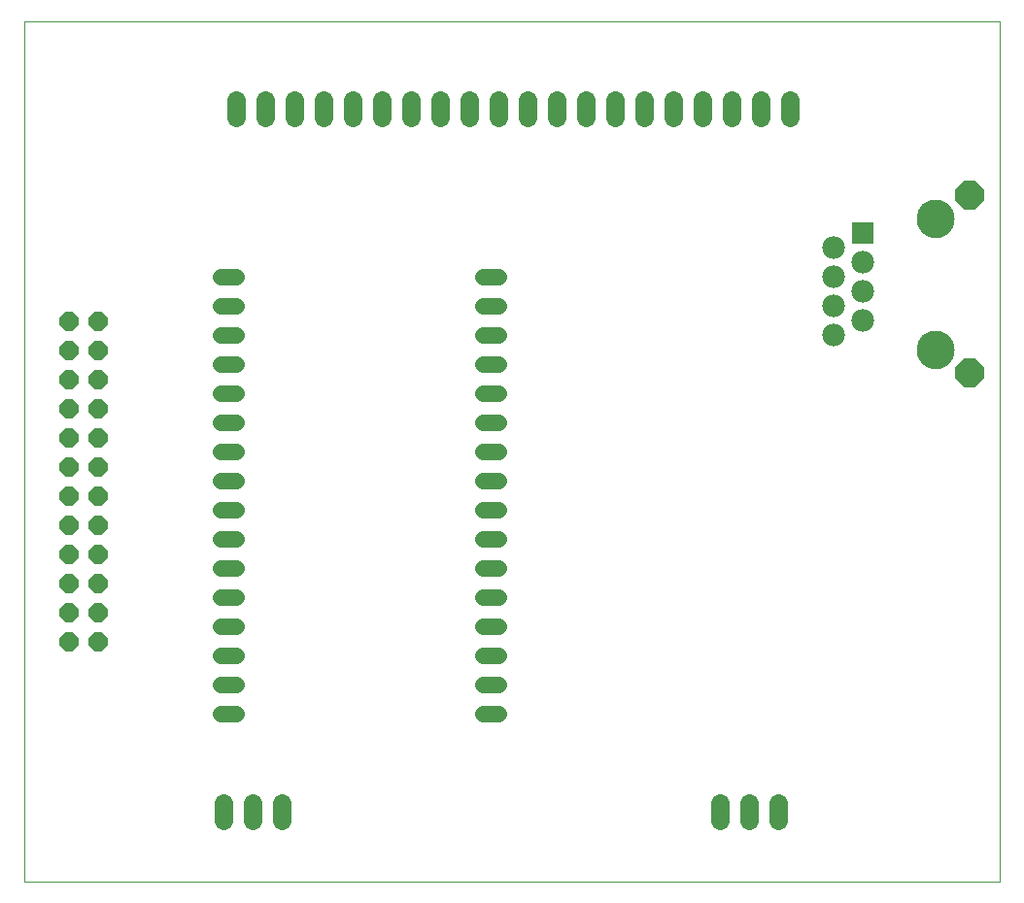
<source format=gbs>
G75*
%MOIN*%
%OFA0B0*%
%FSLAX25Y25*%
%IPPOS*%
%LPD*%
%AMOC8*
5,1,8,0,0,1.08239X$1,22.5*
%
%ADD10C,0.00000*%
%ADD11OC8,0.06400*%
%ADD12C,0.06400*%
%ADD13C,0.07800*%
%ADD14R,0.07800X0.07800*%
%ADD15C,0.12998*%
%ADD16OC8,0.09849*%
%ADD17C,0.05550*%
D10*
X0021800Y0006800D02*
X0021800Y0302076D01*
X0356446Y0302076D01*
X0356446Y0006800D01*
X0021800Y0006800D01*
X0328001Y0189300D02*
X0328003Y0189458D01*
X0328009Y0189616D01*
X0328019Y0189774D01*
X0328033Y0189932D01*
X0328051Y0190089D01*
X0328072Y0190246D01*
X0328098Y0190402D01*
X0328128Y0190558D01*
X0328161Y0190713D01*
X0328199Y0190866D01*
X0328240Y0191019D01*
X0328285Y0191171D01*
X0328334Y0191322D01*
X0328387Y0191471D01*
X0328443Y0191619D01*
X0328503Y0191765D01*
X0328567Y0191910D01*
X0328635Y0192053D01*
X0328706Y0192195D01*
X0328780Y0192335D01*
X0328858Y0192472D01*
X0328940Y0192608D01*
X0329024Y0192742D01*
X0329113Y0192873D01*
X0329204Y0193002D01*
X0329299Y0193129D01*
X0329396Y0193254D01*
X0329497Y0193376D01*
X0329601Y0193495D01*
X0329708Y0193612D01*
X0329818Y0193726D01*
X0329931Y0193837D01*
X0330046Y0193946D01*
X0330164Y0194051D01*
X0330285Y0194153D01*
X0330408Y0194253D01*
X0330534Y0194349D01*
X0330662Y0194442D01*
X0330792Y0194532D01*
X0330925Y0194618D01*
X0331060Y0194702D01*
X0331196Y0194781D01*
X0331335Y0194858D01*
X0331476Y0194930D01*
X0331618Y0195000D01*
X0331762Y0195065D01*
X0331908Y0195127D01*
X0332055Y0195185D01*
X0332204Y0195240D01*
X0332354Y0195291D01*
X0332505Y0195338D01*
X0332657Y0195381D01*
X0332810Y0195420D01*
X0332965Y0195456D01*
X0333120Y0195487D01*
X0333276Y0195515D01*
X0333432Y0195539D01*
X0333589Y0195559D01*
X0333747Y0195575D01*
X0333904Y0195587D01*
X0334063Y0195595D01*
X0334221Y0195599D01*
X0334379Y0195599D01*
X0334537Y0195595D01*
X0334696Y0195587D01*
X0334853Y0195575D01*
X0335011Y0195559D01*
X0335168Y0195539D01*
X0335324Y0195515D01*
X0335480Y0195487D01*
X0335635Y0195456D01*
X0335790Y0195420D01*
X0335943Y0195381D01*
X0336095Y0195338D01*
X0336246Y0195291D01*
X0336396Y0195240D01*
X0336545Y0195185D01*
X0336692Y0195127D01*
X0336838Y0195065D01*
X0336982Y0195000D01*
X0337124Y0194930D01*
X0337265Y0194858D01*
X0337404Y0194781D01*
X0337540Y0194702D01*
X0337675Y0194618D01*
X0337808Y0194532D01*
X0337938Y0194442D01*
X0338066Y0194349D01*
X0338192Y0194253D01*
X0338315Y0194153D01*
X0338436Y0194051D01*
X0338554Y0193946D01*
X0338669Y0193837D01*
X0338782Y0193726D01*
X0338892Y0193612D01*
X0338999Y0193495D01*
X0339103Y0193376D01*
X0339204Y0193254D01*
X0339301Y0193129D01*
X0339396Y0193002D01*
X0339487Y0192873D01*
X0339576Y0192742D01*
X0339660Y0192608D01*
X0339742Y0192472D01*
X0339820Y0192335D01*
X0339894Y0192195D01*
X0339965Y0192053D01*
X0340033Y0191910D01*
X0340097Y0191765D01*
X0340157Y0191619D01*
X0340213Y0191471D01*
X0340266Y0191322D01*
X0340315Y0191171D01*
X0340360Y0191019D01*
X0340401Y0190866D01*
X0340439Y0190713D01*
X0340472Y0190558D01*
X0340502Y0190402D01*
X0340528Y0190246D01*
X0340549Y0190089D01*
X0340567Y0189932D01*
X0340581Y0189774D01*
X0340591Y0189616D01*
X0340597Y0189458D01*
X0340599Y0189300D01*
X0340597Y0189142D01*
X0340591Y0188984D01*
X0340581Y0188826D01*
X0340567Y0188668D01*
X0340549Y0188511D01*
X0340528Y0188354D01*
X0340502Y0188198D01*
X0340472Y0188042D01*
X0340439Y0187887D01*
X0340401Y0187734D01*
X0340360Y0187581D01*
X0340315Y0187429D01*
X0340266Y0187278D01*
X0340213Y0187129D01*
X0340157Y0186981D01*
X0340097Y0186835D01*
X0340033Y0186690D01*
X0339965Y0186547D01*
X0339894Y0186405D01*
X0339820Y0186265D01*
X0339742Y0186128D01*
X0339660Y0185992D01*
X0339576Y0185858D01*
X0339487Y0185727D01*
X0339396Y0185598D01*
X0339301Y0185471D01*
X0339204Y0185346D01*
X0339103Y0185224D01*
X0338999Y0185105D01*
X0338892Y0184988D01*
X0338782Y0184874D01*
X0338669Y0184763D01*
X0338554Y0184654D01*
X0338436Y0184549D01*
X0338315Y0184447D01*
X0338192Y0184347D01*
X0338066Y0184251D01*
X0337938Y0184158D01*
X0337808Y0184068D01*
X0337675Y0183982D01*
X0337540Y0183898D01*
X0337404Y0183819D01*
X0337265Y0183742D01*
X0337124Y0183670D01*
X0336982Y0183600D01*
X0336838Y0183535D01*
X0336692Y0183473D01*
X0336545Y0183415D01*
X0336396Y0183360D01*
X0336246Y0183309D01*
X0336095Y0183262D01*
X0335943Y0183219D01*
X0335790Y0183180D01*
X0335635Y0183144D01*
X0335480Y0183113D01*
X0335324Y0183085D01*
X0335168Y0183061D01*
X0335011Y0183041D01*
X0334853Y0183025D01*
X0334696Y0183013D01*
X0334537Y0183005D01*
X0334379Y0183001D01*
X0334221Y0183001D01*
X0334063Y0183005D01*
X0333904Y0183013D01*
X0333747Y0183025D01*
X0333589Y0183041D01*
X0333432Y0183061D01*
X0333276Y0183085D01*
X0333120Y0183113D01*
X0332965Y0183144D01*
X0332810Y0183180D01*
X0332657Y0183219D01*
X0332505Y0183262D01*
X0332354Y0183309D01*
X0332204Y0183360D01*
X0332055Y0183415D01*
X0331908Y0183473D01*
X0331762Y0183535D01*
X0331618Y0183600D01*
X0331476Y0183670D01*
X0331335Y0183742D01*
X0331196Y0183819D01*
X0331060Y0183898D01*
X0330925Y0183982D01*
X0330792Y0184068D01*
X0330662Y0184158D01*
X0330534Y0184251D01*
X0330408Y0184347D01*
X0330285Y0184447D01*
X0330164Y0184549D01*
X0330046Y0184654D01*
X0329931Y0184763D01*
X0329818Y0184874D01*
X0329708Y0184988D01*
X0329601Y0185105D01*
X0329497Y0185224D01*
X0329396Y0185346D01*
X0329299Y0185471D01*
X0329204Y0185598D01*
X0329113Y0185727D01*
X0329024Y0185858D01*
X0328940Y0185992D01*
X0328858Y0186128D01*
X0328780Y0186265D01*
X0328706Y0186405D01*
X0328635Y0186547D01*
X0328567Y0186690D01*
X0328503Y0186835D01*
X0328443Y0186981D01*
X0328387Y0187129D01*
X0328334Y0187278D01*
X0328285Y0187429D01*
X0328240Y0187581D01*
X0328199Y0187734D01*
X0328161Y0187887D01*
X0328128Y0188042D01*
X0328098Y0188198D01*
X0328072Y0188354D01*
X0328051Y0188511D01*
X0328033Y0188668D01*
X0328019Y0188826D01*
X0328009Y0188984D01*
X0328003Y0189142D01*
X0328001Y0189300D01*
X0328001Y0234300D02*
X0328003Y0234458D01*
X0328009Y0234616D01*
X0328019Y0234774D01*
X0328033Y0234932D01*
X0328051Y0235089D01*
X0328072Y0235246D01*
X0328098Y0235402D01*
X0328128Y0235558D01*
X0328161Y0235713D01*
X0328199Y0235866D01*
X0328240Y0236019D01*
X0328285Y0236171D01*
X0328334Y0236322D01*
X0328387Y0236471D01*
X0328443Y0236619D01*
X0328503Y0236765D01*
X0328567Y0236910D01*
X0328635Y0237053D01*
X0328706Y0237195D01*
X0328780Y0237335D01*
X0328858Y0237472D01*
X0328940Y0237608D01*
X0329024Y0237742D01*
X0329113Y0237873D01*
X0329204Y0238002D01*
X0329299Y0238129D01*
X0329396Y0238254D01*
X0329497Y0238376D01*
X0329601Y0238495D01*
X0329708Y0238612D01*
X0329818Y0238726D01*
X0329931Y0238837D01*
X0330046Y0238946D01*
X0330164Y0239051D01*
X0330285Y0239153D01*
X0330408Y0239253D01*
X0330534Y0239349D01*
X0330662Y0239442D01*
X0330792Y0239532D01*
X0330925Y0239618D01*
X0331060Y0239702D01*
X0331196Y0239781D01*
X0331335Y0239858D01*
X0331476Y0239930D01*
X0331618Y0240000D01*
X0331762Y0240065D01*
X0331908Y0240127D01*
X0332055Y0240185D01*
X0332204Y0240240D01*
X0332354Y0240291D01*
X0332505Y0240338D01*
X0332657Y0240381D01*
X0332810Y0240420D01*
X0332965Y0240456D01*
X0333120Y0240487D01*
X0333276Y0240515D01*
X0333432Y0240539D01*
X0333589Y0240559D01*
X0333747Y0240575D01*
X0333904Y0240587D01*
X0334063Y0240595D01*
X0334221Y0240599D01*
X0334379Y0240599D01*
X0334537Y0240595D01*
X0334696Y0240587D01*
X0334853Y0240575D01*
X0335011Y0240559D01*
X0335168Y0240539D01*
X0335324Y0240515D01*
X0335480Y0240487D01*
X0335635Y0240456D01*
X0335790Y0240420D01*
X0335943Y0240381D01*
X0336095Y0240338D01*
X0336246Y0240291D01*
X0336396Y0240240D01*
X0336545Y0240185D01*
X0336692Y0240127D01*
X0336838Y0240065D01*
X0336982Y0240000D01*
X0337124Y0239930D01*
X0337265Y0239858D01*
X0337404Y0239781D01*
X0337540Y0239702D01*
X0337675Y0239618D01*
X0337808Y0239532D01*
X0337938Y0239442D01*
X0338066Y0239349D01*
X0338192Y0239253D01*
X0338315Y0239153D01*
X0338436Y0239051D01*
X0338554Y0238946D01*
X0338669Y0238837D01*
X0338782Y0238726D01*
X0338892Y0238612D01*
X0338999Y0238495D01*
X0339103Y0238376D01*
X0339204Y0238254D01*
X0339301Y0238129D01*
X0339396Y0238002D01*
X0339487Y0237873D01*
X0339576Y0237742D01*
X0339660Y0237608D01*
X0339742Y0237472D01*
X0339820Y0237335D01*
X0339894Y0237195D01*
X0339965Y0237053D01*
X0340033Y0236910D01*
X0340097Y0236765D01*
X0340157Y0236619D01*
X0340213Y0236471D01*
X0340266Y0236322D01*
X0340315Y0236171D01*
X0340360Y0236019D01*
X0340401Y0235866D01*
X0340439Y0235713D01*
X0340472Y0235558D01*
X0340502Y0235402D01*
X0340528Y0235246D01*
X0340549Y0235089D01*
X0340567Y0234932D01*
X0340581Y0234774D01*
X0340591Y0234616D01*
X0340597Y0234458D01*
X0340599Y0234300D01*
X0340597Y0234142D01*
X0340591Y0233984D01*
X0340581Y0233826D01*
X0340567Y0233668D01*
X0340549Y0233511D01*
X0340528Y0233354D01*
X0340502Y0233198D01*
X0340472Y0233042D01*
X0340439Y0232887D01*
X0340401Y0232734D01*
X0340360Y0232581D01*
X0340315Y0232429D01*
X0340266Y0232278D01*
X0340213Y0232129D01*
X0340157Y0231981D01*
X0340097Y0231835D01*
X0340033Y0231690D01*
X0339965Y0231547D01*
X0339894Y0231405D01*
X0339820Y0231265D01*
X0339742Y0231128D01*
X0339660Y0230992D01*
X0339576Y0230858D01*
X0339487Y0230727D01*
X0339396Y0230598D01*
X0339301Y0230471D01*
X0339204Y0230346D01*
X0339103Y0230224D01*
X0338999Y0230105D01*
X0338892Y0229988D01*
X0338782Y0229874D01*
X0338669Y0229763D01*
X0338554Y0229654D01*
X0338436Y0229549D01*
X0338315Y0229447D01*
X0338192Y0229347D01*
X0338066Y0229251D01*
X0337938Y0229158D01*
X0337808Y0229068D01*
X0337675Y0228982D01*
X0337540Y0228898D01*
X0337404Y0228819D01*
X0337265Y0228742D01*
X0337124Y0228670D01*
X0336982Y0228600D01*
X0336838Y0228535D01*
X0336692Y0228473D01*
X0336545Y0228415D01*
X0336396Y0228360D01*
X0336246Y0228309D01*
X0336095Y0228262D01*
X0335943Y0228219D01*
X0335790Y0228180D01*
X0335635Y0228144D01*
X0335480Y0228113D01*
X0335324Y0228085D01*
X0335168Y0228061D01*
X0335011Y0228041D01*
X0334853Y0228025D01*
X0334696Y0228013D01*
X0334537Y0228005D01*
X0334379Y0228001D01*
X0334221Y0228001D01*
X0334063Y0228005D01*
X0333904Y0228013D01*
X0333747Y0228025D01*
X0333589Y0228041D01*
X0333432Y0228061D01*
X0333276Y0228085D01*
X0333120Y0228113D01*
X0332965Y0228144D01*
X0332810Y0228180D01*
X0332657Y0228219D01*
X0332505Y0228262D01*
X0332354Y0228309D01*
X0332204Y0228360D01*
X0332055Y0228415D01*
X0331908Y0228473D01*
X0331762Y0228535D01*
X0331618Y0228600D01*
X0331476Y0228670D01*
X0331335Y0228742D01*
X0331196Y0228819D01*
X0331060Y0228898D01*
X0330925Y0228982D01*
X0330792Y0229068D01*
X0330662Y0229158D01*
X0330534Y0229251D01*
X0330408Y0229347D01*
X0330285Y0229447D01*
X0330164Y0229549D01*
X0330046Y0229654D01*
X0329931Y0229763D01*
X0329818Y0229874D01*
X0329708Y0229988D01*
X0329601Y0230105D01*
X0329497Y0230224D01*
X0329396Y0230346D01*
X0329299Y0230471D01*
X0329204Y0230598D01*
X0329113Y0230727D01*
X0329024Y0230858D01*
X0328940Y0230992D01*
X0328858Y0231128D01*
X0328780Y0231265D01*
X0328706Y0231405D01*
X0328635Y0231547D01*
X0328567Y0231690D01*
X0328503Y0231835D01*
X0328443Y0231981D01*
X0328387Y0232129D01*
X0328334Y0232278D01*
X0328285Y0232429D01*
X0328240Y0232581D01*
X0328199Y0232734D01*
X0328161Y0232887D01*
X0328128Y0233042D01*
X0328098Y0233198D01*
X0328072Y0233354D01*
X0328051Y0233511D01*
X0328033Y0233668D01*
X0328019Y0233826D01*
X0328009Y0233984D01*
X0328003Y0234142D01*
X0328001Y0234300D01*
D11*
X0047115Y0199162D03*
X0047115Y0189162D03*
X0047115Y0179162D03*
X0037115Y0179162D03*
X0037115Y0189162D03*
X0037115Y0199162D03*
X0037115Y0169162D03*
X0037115Y0159162D03*
X0037115Y0149162D03*
X0037115Y0139162D03*
X0047115Y0139162D03*
X0047115Y0149162D03*
X0047115Y0159162D03*
X0047115Y0169162D03*
X0047115Y0129162D03*
X0047115Y0119162D03*
X0047115Y0109162D03*
X0047115Y0099162D03*
X0037115Y0099162D03*
X0037115Y0109162D03*
X0037115Y0119162D03*
X0037115Y0129162D03*
X0037115Y0089162D03*
X0047115Y0089162D03*
D12*
X0090225Y0033776D02*
X0090225Y0027776D01*
X0100225Y0027776D02*
X0100225Y0033776D01*
X0110225Y0033776D02*
X0110225Y0027776D01*
X0260304Y0027776D02*
X0260304Y0033776D01*
X0270304Y0033776D02*
X0270304Y0027776D01*
X0280304Y0027776D02*
X0280304Y0033776D01*
X0284477Y0269115D02*
X0284477Y0275115D01*
X0274477Y0275115D02*
X0274477Y0269115D01*
X0264477Y0269115D02*
X0264477Y0275115D01*
X0254477Y0275115D02*
X0254477Y0269115D01*
X0244477Y0269115D02*
X0244477Y0275115D01*
X0234477Y0275115D02*
X0234477Y0269115D01*
X0224477Y0269115D02*
X0224477Y0275115D01*
X0214477Y0275115D02*
X0214477Y0269115D01*
X0204477Y0269115D02*
X0204477Y0275115D01*
X0194477Y0275115D02*
X0194477Y0269115D01*
X0184477Y0269115D02*
X0184477Y0275115D01*
X0174477Y0275115D02*
X0174477Y0269115D01*
X0164477Y0269115D02*
X0164477Y0275115D01*
X0154477Y0275115D02*
X0154477Y0269115D01*
X0144477Y0269115D02*
X0144477Y0275115D01*
X0134477Y0275115D02*
X0134477Y0269115D01*
X0124477Y0269115D02*
X0124477Y0275115D01*
X0114477Y0275115D02*
X0114477Y0269115D01*
X0104477Y0269115D02*
X0104477Y0275115D01*
X0094477Y0275115D02*
X0094477Y0269115D01*
D13*
X0299300Y0224300D03*
X0299300Y0214300D03*
X0299300Y0204300D03*
X0309300Y0199300D03*
X0309300Y0209300D03*
X0309300Y0219300D03*
X0299300Y0194300D03*
D14*
X0309300Y0229300D03*
D15*
X0334300Y0234300D03*
X0334300Y0189300D03*
D16*
X0346111Y0181288D03*
X0346111Y0242312D03*
D17*
X0184375Y0214300D02*
X0179225Y0214300D01*
X0179225Y0204300D02*
X0184375Y0204300D01*
X0184375Y0194300D02*
X0179225Y0194300D01*
X0179225Y0184300D02*
X0184375Y0184300D01*
X0184375Y0174300D02*
X0179225Y0174300D01*
X0179225Y0164300D02*
X0184375Y0164300D01*
X0184375Y0154300D02*
X0179225Y0154300D01*
X0179225Y0144300D02*
X0184375Y0144300D01*
X0184375Y0134300D02*
X0179225Y0134300D01*
X0179225Y0124300D02*
X0184375Y0124300D01*
X0184375Y0114300D02*
X0179225Y0114300D01*
X0179225Y0104300D02*
X0184375Y0104300D01*
X0184375Y0094300D02*
X0179225Y0094300D01*
X0179225Y0084300D02*
X0184375Y0084300D01*
X0184375Y0074300D02*
X0179225Y0074300D01*
X0179225Y0064300D02*
X0184375Y0064300D01*
X0094375Y0064300D02*
X0089225Y0064300D01*
X0089225Y0074300D02*
X0094375Y0074300D01*
X0094375Y0084300D02*
X0089225Y0084300D01*
X0089225Y0094300D02*
X0094375Y0094300D01*
X0094375Y0104300D02*
X0089225Y0104300D01*
X0089225Y0114300D02*
X0094375Y0114300D01*
X0094375Y0124300D02*
X0089225Y0124300D01*
X0089225Y0134300D02*
X0094375Y0134300D01*
X0094375Y0144300D02*
X0089225Y0144300D01*
X0089225Y0154300D02*
X0094375Y0154300D01*
X0094375Y0164300D02*
X0089225Y0164300D01*
X0089225Y0174300D02*
X0094375Y0174300D01*
X0094375Y0184300D02*
X0089225Y0184300D01*
X0089225Y0194300D02*
X0094375Y0194300D01*
X0094375Y0204300D02*
X0089225Y0204300D01*
X0089225Y0214300D02*
X0094375Y0214300D01*
M02*

</source>
